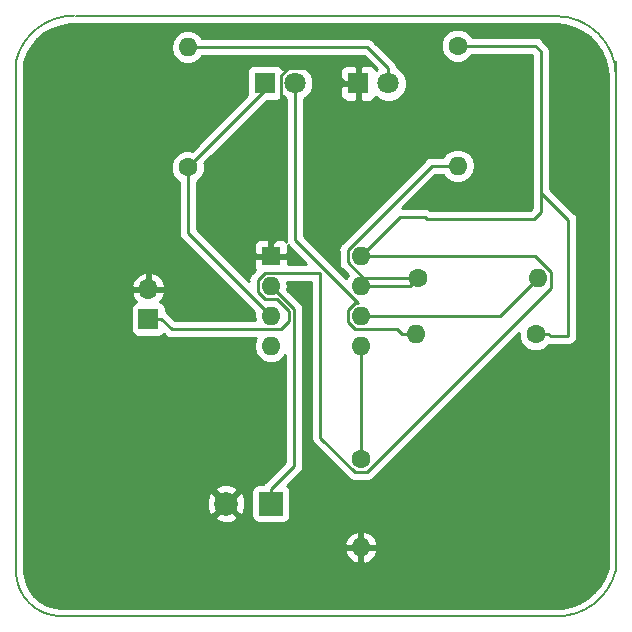
<source format=gbr>
G04 #@! TF.GenerationSoftware,KiCad,Pcbnew,(5.0.2)-1*
G04 #@! TF.CreationDate,2019-03-28T21:57:09+05:00*
G04 #@! TF.ProjectId,LM555Blinky,4c4d3535-3542-46c6-996e-6b792e6b6963,rev?*
G04 #@! TF.SameCoordinates,Original*
G04 #@! TF.FileFunction,Copper,L1,Top*
G04 #@! TF.FilePolarity,Positive*
%FSLAX46Y46*%
G04 Gerber Fmt 4.6, Leading zero omitted, Abs format (unit mm)*
G04 Created by KiCad (PCBNEW (5.0.2)-1) date 3/28/2019 9:57:09 PM*
%MOMM*%
%LPD*%
G01*
G04 APERTURE LIST*
G04 #@! TA.AperFunction,NonConductor*
%ADD10C,0.150000*%
G04 #@! TD*
G04 #@! TA.AperFunction,ComponentPad*
%ADD11C,1.600000*%
G04 #@! TD*
G04 #@! TA.AperFunction,ComponentPad*
%ADD12O,1.600000X1.600000*%
G04 #@! TD*
G04 #@! TA.AperFunction,ComponentPad*
%ADD13R,2.000000X2.000000*%
G04 #@! TD*
G04 #@! TA.AperFunction,ComponentPad*
%ADD14C,2.000000*%
G04 #@! TD*
G04 #@! TA.AperFunction,ComponentPad*
%ADD15C,1.800000*%
G04 #@! TD*
G04 #@! TA.AperFunction,ComponentPad*
%ADD16R,1.800000X1.800000*%
G04 #@! TD*
G04 #@! TA.AperFunction,ComponentPad*
%ADD17R,1.600000X1.600000*%
G04 #@! TD*
G04 #@! TA.AperFunction,ComponentPad*
%ADD18R,1.700000X1.700000*%
G04 #@! TD*
G04 #@! TA.AperFunction,ComponentPad*
%ADD19O,1.700000X1.700000*%
G04 #@! TD*
G04 #@! TA.AperFunction,Conductor*
%ADD20C,0.250000*%
G04 #@! TD*
G04 #@! TA.AperFunction,Conductor*
%ADD21C,0.254000*%
G04 #@! TD*
G04 APERTURE END LIST*
D10*
X210820000Y-63500000D02*
G75*
G02X215900000Y-68580000I0J-5080000D01*
G01*
X165100000Y-67310000D02*
G75*
G02X170028324Y-63462081I4928324J-1232081D01*
G01*
X215865426Y-110481356D02*
G75*
G02X210820000Y-114300000I-4893750J1223437D01*
G01*
X168910000Y-114300000D02*
G75*
G02X165100000Y-110490000I0J3810000D01*
G01*
X165100000Y-110490000D02*
X165100000Y-67310000D01*
X168910000Y-114300000D02*
X210820000Y-114300000D01*
X215900000Y-67310000D02*
X215900000Y-110490000D01*
X170180000Y-63500000D02*
X210820000Y-63500000D01*
D11*
G04 #@! TO.P,C2,1*
G04 #@! TO.N,Net-(C2-Pad1)*
X194310000Y-100965000D03*
D12*
G04 #@! TO.P,C2,2*
G04 #@! TO.N,GND*
X194310000Y-108465000D03*
G04 #@! TD*
D13*
G04 #@! TO.P,C1,1*
G04 #@! TO.N,/TRIG*
X186690000Y-104775000D03*
D14*
G04 #@! TO.P,C1,2*
G04 #@! TO.N,GND*
X182890000Y-104775000D03*
G04 #@! TD*
D15*
G04 #@! TO.P,D2,2*
G04 #@! TO.N,Net-(D2-Pad2)*
X196640000Y-69200000D03*
D16*
G04 #@! TO.P,D2,1*
G04 #@! TO.N,GND*
X194100000Y-69200000D03*
G04 #@! TD*
G04 #@! TO.P,D1,1*
G04 #@! TO.N,/BLINK*
X186200000Y-69150000D03*
D15*
G04 #@! TO.P,D1,2*
G04 #@! TO.N,Net-(D1-Pad2)*
X188740000Y-69150000D03*
G04 #@! TD*
D17*
G04 #@! TO.P,U1,1*
G04 #@! TO.N,GND*
X186690000Y-83820000D03*
D12*
G04 #@! TO.P,U1,5*
G04 #@! TO.N,Net-(C2-Pad1)*
X194310000Y-91440000D03*
G04 #@! TO.P,U1,2*
G04 #@! TO.N,/TRIG*
X186690000Y-86360000D03*
G04 #@! TO.P,U1,6*
X194310000Y-88900000D03*
G04 #@! TO.P,U1,3*
G04 #@! TO.N,/BLINK*
X186690000Y-88900000D03*
G04 #@! TO.P,U1,7*
G04 #@! TO.N,Net-(R1-Pad2)*
X194310000Y-86360000D03*
G04 #@! TO.P,U1,4*
G04 #@! TO.N,Net-(U1-Pad4)*
X186690000Y-91440000D03*
G04 #@! TO.P,U1,8*
G04 #@! TO.N,VCC*
X194310000Y-83820000D03*
G04 #@! TD*
G04 #@! TO.P,R4,2*
G04 #@! TO.N,Net-(D2-Pad2)*
X179650000Y-66140000D03*
D11*
G04 #@! TO.P,R4,1*
G04 #@! TO.N,/BLINK*
X179650000Y-76300000D03*
G04 #@! TD*
G04 #@! TO.P,R3,1*
G04 #@! TO.N,VCC*
X209100000Y-90450000D03*
D12*
G04 #@! TO.P,R3,2*
G04 #@! TO.N,Net-(D1-Pad2)*
X198940000Y-90450000D03*
G04 #@! TD*
G04 #@! TO.P,R2,2*
G04 #@! TO.N,/TRIG*
X209260000Y-85700000D03*
D11*
G04 #@! TO.P,R2,1*
G04 #@! TO.N,Net-(R1-Pad2)*
X199100000Y-85700000D03*
G04 #@! TD*
G04 #@! TO.P,R1,1*
G04 #@! TO.N,VCC*
X202500000Y-66000000D03*
D12*
G04 #@! TO.P,R1,2*
G04 #@! TO.N,Net-(R1-Pad2)*
X202500000Y-76160000D03*
G04 #@! TD*
D18*
G04 #@! TO.P,J1,1*
G04 #@! TO.N,VCC*
X176300000Y-89150000D03*
D19*
G04 #@! TO.P,J1,2*
G04 #@! TO.N,GND*
X176300000Y-86610000D03*
G04 #@! TD*
D20*
G04 #@! TO.N,VCC*
X209050000Y-66000000D02*
X202500000Y-66000000D01*
X197580000Y-80550000D02*
X199775002Y-80550000D01*
X209550000Y-66500000D02*
X209050000Y-66000000D01*
X194310000Y-83820000D02*
X197580000Y-80550000D01*
X199775002Y-80550000D02*
X199875002Y-80650000D01*
X199875002Y-80650000D02*
X208950000Y-80650000D01*
X208950000Y-80650000D02*
X209550000Y-80050000D01*
X210231370Y-90450000D02*
X210331370Y-90550000D01*
X209100000Y-90450000D02*
X210231370Y-90450000D01*
X210331370Y-90550000D02*
X211850000Y-90550000D01*
X211850000Y-80750000D02*
X209550000Y-78450000D01*
X211850000Y-90550000D02*
X211850000Y-80750000D01*
X209550000Y-80050000D02*
X209550000Y-78450000D01*
X209550000Y-78450000D02*
X209550000Y-66500000D01*
X195441370Y-83820000D02*
X194310000Y-83820000D01*
X209045002Y-83820000D02*
X195441370Y-83820000D01*
X210385001Y-85159999D02*
X209045002Y-83820000D01*
X210385001Y-86555001D02*
X210385001Y-85159999D01*
X194850001Y-102090001D02*
X210385001Y-86555001D01*
X190883587Y-85234999D02*
X190883587Y-99203589D01*
X186149999Y-85234999D02*
X190883587Y-85234999D01*
X185564999Y-85819999D02*
X186149999Y-85234999D01*
X185564999Y-86900001D02*
X185564999Y-85819999D01*
X186149999Y-87485001D02*
X185564999Y-86900001D01*
X187178591Y-87485001D02*
X186149999Y-87485001D01*
X188199990Y-88506400D02*
X187178591Y-87485001D01*
X190883587Y-99203589D02*
X193769999Y-102090001D01*
X188199990Y-89350010D02*
X188199990Y-88506400D01*
X187524999Y-90025001D02*
X188199990Y-89350010D01*
X178275001Y-90025001D02*
X187524999Y-90025001D01*
X193769999Y-102090001D02*
X194850001Y-102090001D01*
X177400000Y-89150000D02*
X178275001Y-90025001D01*
X176300000Y-89150000D02*
X177400000Y-89150000D01*
G04 #@! TO.N,Net-(R1-Pad2)*
X198440000Y-86360000D02*
X199100000Y-85700000D01*
X194310000Y-86360000D02*
X198440000Y-86360000D01*
X201368630Y-76160000D02*
X202500000Y-76160000D01*
X200304998Y-76160000D02*
X201368630Y-76160000D01*
X193184999Y-83279999D02*
X200304998Y-76160000D01*
X193184999Y-84360001D02*
X193184999Y-83279999D01*
X194524998Y-85700000D02*
X193184999Y-84360001D01*
X199100000Y-85700000D02*
X194524998Y-85700000D01*
G04 #@! TO.N,/TRIG*
X206060000Y-88900000D02*
X194310000Y-88900000D01*
X209260000Y-85700000D02*
X206060000Y-88900000D01*
G04 #@! TO.N,Net-(D1-Pad2)*
X188740000Y-70422792D02*
X188740000Y-69150000D01*
X194059997Y-87774999D02*
X188740000Y-82455002D01*
X193769999Y-87774999D02*
X194059997Y-87774999D01*
X188740000Y-82455002D02*
X188740000Y-70422792D01*
X193184999Y-89440001D02*
X193184999Y-88359999D01*
X193769999Y-90025001D02*
X193184999Y-89440001D01*
X193184999Y-88359999D02*
X193769999Y-87774999D01*
X197383631Y-90025001D02*
X193769999Y-90025001D01*
X197808630Y-90450000D02*
X197383631Y-90025001D01*
X198940000Y-90450000D02*
X197808630Y-90450000D01*
G04 #@! TO.N,Net-(D2-Pad2)*
X180781370Y-66140000D02*
X179650000Y-66140000D01*
X194852792Y-66140000D02*
X180781370Y-66140000D01*
X196640000Y-67927208D02*
X194852792Y-66140000D01*
X196640000Y-69200000D02*
X196640000Y-67927208D01*
G04 #@! TO.N,/BLINK*
X179650000Y-81860000D02*
X186690000Y-88900000D01*
X179650000Y-76300000D02*
X179650000Y-81860000D01*
X186200000Y-69750000D02*
X186200000Y-69150000D01*
X179650000Y-76300000D02*
X186200000Y-69750000D01*
G04 #@! TO.N,GND*
X191674999Y-67924999D02*
X192950000Y-69200000D01*
X192950000Y-69200000D02*
X194100000Y-69200000D01*
X188151999Y-67924999D02*
X191674999Y-67924999D01*
X187514999Y-68561999D02*
X188151999Y-67924999D01*
X187514999Y-81945001D02*
X187514999Y-68561999D01*
X186690000Y-82770000D02*
X187514999Y-81945001D01*
X186690000Y-83820000D02*
X186690000Y-82770000D01*
G04 #@! TO.N,Net-(C2-Pad1)*
X194310000Y-100965000D02*
X194310000Y-91440000D01*
G04 #@! TO.N,/TRIG*
X186690000Y-103525000D02*
X188650000Y-101565000D01*
X186690000Y-104775000D02*
X186690000Y-103525000D01*
X188650000Y-88320000D02*
X186690000Y-86360000D01*
X188650000Y-101565000D02*
X188650000Y-88320000D01*
G04 #@! TD*
D21*
G04 #@! TO.N,GND*
G36*
X170110074Y-64210000D02*
X210788382Y-64210000D01*
X211593358Y-64281842D01*
X212342277Y-64486723D01*
X213043072Y-64820986D01*
X213673605Y-65274069D01*
X214213934Y-65831645D01*
X214646989Y-66476099D01*
X214959073Y-67187044D01*
X215141640Y-67947493D01*
X215190000Y-68606031D01*
X215190001Y-110262031D01*
X214921435Y-111036019D01*
X214544142Y-111707354D01*
X214053920Y-112301274D01*
X213466275Y-112798994D01*
X212799778Y-113184786D01*
X212075503Y-113446452D01*
X211304302Y-113577773D01*
X210811193Y-113590000D01*
X168945964Y-113590000D01*
X168287396Y-113523105D01*
X167690218Y-113335961D01*
X167142875Y-113032563D01*
X166667711Y-112625299D01*
X166284148Y-112130812D01*
X166007852Y-111569304D01*
X165847896Y-110955227D01*
X165810000Y-110462730D01*
X165810000Y-108814041D01*
X192918086Y-108814041D01*
X193157611Y-109320134D01*
X193572577Y-109696041D01*
X193960961Y-109856904D01*
X194183000Y-109734915D01*
X194183000Y-108592000D01*
X194437000Y-108592000D01*
X194437000Y-109734915D01*
X194659039Y-109856904D01*
X195047423Y-109696041D01*
X195462389Y-109320134D01*
X195701914Y-108814041D01*
X195580629Y-108592000D01*
X194437000Y-108592000D01*
X194183000Y-108592000D01*
X193039371Y-108592000D01*
X192918086Y-108814041D01*
X165810000Y-108814041D01*
X165810000Y-108115959D01*
X192918086Y-108115959D01*
X193039371Y-108338000D01*
X194183000Y-108338000D01*
X194183000Y-107195085D01*
X194437000Y-107195085D01*
X194437000Y-108338000D01*
X195580629Y-108338000D01*
X195701914Y-108115959D01*
X195462389Y-107609866D01*
X195047423Y-107233959D01*
X194659039Y-107073096D01*
X194437000Y-107195085D01*
X194183000Y-107195085D01*
X193960961Y-107073096D01*
X193572577Y-107233959D01*
X193157611Y-107609866D01*
X192918086Y-108115959D01*
X165810000Y-108115959D01*
X165810000Y-105927532D01*
X181917073Y-105927532D01*
X182015736Y-106194387D01*
X182625461Y-106420908D01*
X183275460Y-106396856D01*
X183764264Y-106194387D01*
X183862927Y-105927532D01*
X182890000Y-104954605D01*
X181917073Y-105927532D01*
X165810000Y-105927532D01*
X165810000Y-104510461D01*
X181244092Y-104510461D01*
X181268144Y-105160460D01*
X181470613Y-105649264D01*
X181737468Y-105747927D01*
X182710395Y-104775000D01*
X183069605Y-104775000D01*
X184042532Y-105747927D01*
X184309387Y-105649264D01*
X184535908Y-105039539D01*
X184511856Y-104389540D01*
X184309387Y-103900736D01*
X184042532Y-103802073D01*
X183069605Y-104775000D01*
X182710395Y-104775000D01*
X181737468Y-103802073D01*
X181470613Y-103900736D01*
X181244092Y-104510461D01*
X165810000Y-104510461D01*
X165810000Y-103622468D01*
X181917073Y-103622468D01*
X182890000Y-104595395D01*
X183862927Y-103622468D01*
X183764264Y-103355613D01*
X183154539Y-103129092D01*
X182504540Y-103153144D01*
X182015736Y-103355613D01*
X181917073Y-103622468D01*
X165810000Y-103622468D01*
X165810000Y-88300000D01*
X174802560Y-88300000D01*
X174802560Y-90000000D01*
X174851843Y-90247765D01*
X174992191Y-90457809D01*
X175202235Y-90598157D01*
X175450000Y-90647440D01*
X177150000Y-90647440D01*
X177397765Y-90598157D01*
X177607809Y-90457809D01*
X177617902Y-90442704D01*
X177684671Y-90509473D01*
X177727072Y-90572930D01*
X177978464Y-90740905D01*
X178200149Y-90785001D01*
X178200153Y-90785001D01*
X178275000Y-90799889D01*
X178349847Y-90785001D01*
X185401797Y-90785001D01*
X185338260Y-90880091D01*
X185226887Y-91440000D01*
X185338260Y-91999909D01*
X185655423Y-92474577D01*
X186130091Y-92791740D01*
X186548667Y-92875000D01*
X186831333Y-92875000D01*
X187249909Y-92791740D01*
X187724577Y-92474577D01*
X187890001Y-92227003D01*
X187890000Y-101250198D01*
X186205528Y-102934671D01*
X186142072Y-102977071D01*
X186099672Y-103040527D01*
X186099671Y-103040528D01*
X186041518Y-103127560D01*
X185690000Y-103127560D01*
X185442235Y-103176843D01*
X185232191Y-103317191D01*
X185091843Y-103527235D01*
X185042560Y-103775000D01*
X185042560Y-105775000D01*
X185091843Y-106022765D01*
X185232191Y-106232809D01*
X185442235Y-106373157D01*
X185690000Y-106422440D01*
X187690000Y-106422440D01*
X187937765Y-106373157D01*
X188147809Y-106232809D01*
X188288157Y-106022765D01*
X188337440Y-105775000D01*
X188337440Y-103775000D01*
X188288157Y-103527235D01*
X188147809Y-103317191D01*
X188042785Y-103247016D01*
X189134473Y-102155329D01*
X189197929Y-102112929D01*
X189365904Y-101861537D01*
X189410000Y-101639852D01*
X189410000Y-101639848D01*
X189424888Y-101565000D01*
X189410000Y-101490152D01*
X189410000Y-88394848D01*
X189424888Y-88320000D01*
X189410000Y-88245152D01*
X189410000Y-88245148D01*
X189365904Y-88023463D01*
X189197929Y-87772071D01*
X189134473Y-87729671D01*
X188088688Y-86683886D01*
X188153113Y-86360000D01*
X188080510Y-85994999D01*
X190123587Y-85994999D01*
X190123588Y-99128737D01*
X190108699Y-99203589D01*
X190123588Y-99278441D01*
X190167684Y-99500126D01*
X190335659Y-99751518D01*
X190399115Y-99793918D01*
X193179670Y-102574474D01*
X193222070Y-102637930D01*
X193473462Y-102805905D01*
X193695147Y-102850001D01*
X193695152Y-102850001D01*
X193769999Y-102864889D01*
X193844846Y-102850001D01*
X194775154Y-102850001D01*
X194850001Y-102864889D01*
X194924848Y-102850001D01*
X194924853Y-102850001D01*
X195146538Y-102805905D01*
X195397930Y-102637930D01*
X195440332Y-102574471D01*
X207665000Y-90349804D01*
X207665000Y-90735439D01*
X207883466Y-91262862D01*
X208287138Y-91666534D01*
X208814561Y-91885000D01*
X209385439Y-91885000D01*
X209912862Y-91666534D01*
X210267260Y-91312136D01*
X210331369Y-91324888D01*
X210406216Y-91310000D01*
X211775148Y-91310000D01*
X211850000Y-91324889D01*
X211924852Y-91310000D01*
X212146537Y-91265904D01*
X212397929Y-91097929D01*
X212565904Y-90846537D01*
X212624889Y-90550000D01*
X212610000Y-90475148D01*
X212610000Y-80824846D01*
X212624888Y-80749999D01*
X212610000Y-80675152D01*
X212610000Y-80675148D01*
X212565904Y-80453463D01*
X212397929Y-80202071D01*
X212334473Y-80159671D01*
X210310000Y-78135199D01*
X210310000Y-66574848D01*
X210324888Y-66500000D01*
X210310000Y-66425152D01*
X210310000Y-66425148D01*
X210271360Y-66230893D01*
X210265904Y-66203462D01*
X210140329Y-66015527D01*
X210097929Y-65952071D01*
X210034472Y-65909671D01*
X209640331Y-65515529D01*
X209597929Y-65452071D01*
X209346537Y-65284096D01*
X209124852Y-65240000D01*
X209124847Y-65240000D01*
X209050000Y-65225112D01*
X208975153Y-65240000D01*
X203738430Y-65240000D01*
X203716534Y-65187138D01*
X203312862Y-64783466D01*
X202785439Y-64565000D01*
X202214561Y-64565000D01*
X201687138Y-64783466D01*
X201283466Y-65187138D01*
X201065000Y-65714561D01*
X201065000Y-66285439D01*
X201283466Y-66812862D01*
X201687138Y-67216534D01*
X202214561Y-67435000D01*
X202785439Y-67435000D01*
X203312862Y-67216534D01*
X203716534Y-66812862D01*
X203738430Y-66760000D01*
X208735199Y-66760000D01*
X208790001Y-66814803D01*
X208790000Y-78375153D01*
X208775112Y-78450000D01*
X208790000Y-78524847D01*
X208790000Y-78524851D01*
X208790001Y-78524856D01*
X208790000Y-79735198D01*
X208635199Y-79890000D01*
X200155205Y-79890000D01*
X200071539Y-79834096D01*
X199849854Y-79790000D01*
X199849849Y-79790000D01*
X199775002Y-79775112D01*
X199700155Y-79790000D01*
X197749800Y-79790000D01*
X200619800Y-76920000D01*
X201281957Y-76920000D01*
X201465423Y-77194577D01*
X201940091Y-77511740D01*
X202358667Y-77595000D01*
X202641333Y-77595000D01*
X203059909Y-77511740D01*
X203534577Y-77194577D01*
X203851740Y-76719909D01*
X203963113Y-76160000D01*
X203851740Y-75600091D01*
X203534577Y-75125423D01*
X203059909Y-74808260D01*
X202641333Y-74725000D01*
X202358667Y-74725000D01*
X201940091Y-74808260D01*
X201465423Y-75125423D01*
X201281957Y-75400000D01*
X200379844Y-75400000D01*
X200304997Y-75385112D01*
X200230150Y-75400000D01*
X200230146Y-75400000D01*
X200008461Y-75444096D01*
X199757069Y-75612071D01*
X199714669Y-75675527D01*
X192700527Y-82689670D01*
X192637071Y-82732070D01*
X192594671Y-82795526D01*
X192594670Y-82795527D01*
X192469096Y-82983462D01*
X192410111Y-83279999D01*
X192425000Y-83354850D01*
X192424999Y-84285154D01*
X192410111Y-84360001D01*
X192424999Y-84434848D01*
X192424999Y-84434852D01*
X192469095Y-84656537D01*
X192637070Y-84907930D01*
X192700529Y-84950332D01*
X193195393Y-85445196D01*
X193039022Y-85679222D01*
X189500000Y-82140201D01*
X189500000Y-70496669D01*
X189609507Y-70451310D01*
X190041310Y-70019507D01*
X190262399Y-69485750D01*
X192565000Y-69485750D01*
X192565000Y-70226310D01*
X192661673Y-70459699D01*
X192840302Y-70638327D01*
X193073691Y-70735000D01*
X193814250Y-70735000D01*
X193973000Y-70576250D01*
X193973000Y-69327000D01*
X192723750Y-69327000D01*
X192565000Y-69485750D01*
X190262399Y-69485750D01*
X190275000Y-69455330D01*
X190275000Y-68844670D01*
X190041310Y-68280493D01*
X189934507Y-68173690D01*
X192565000Y-68173690D01*
X192565000Y-68914250D01*
X192723750Y-69073000D01*
X193973000Y-69073000D01*
X193973000Y-67823750D01*
X193814250Y-67665000D01*
X193073691Y-67665000D01*
X192840302Y-67761673D01*
X192661673Y-67940301D01*
X192565000Y-68173690D01*
X189934507Y-68173690D01*
X189609507Y-67848690D01*
X189045330Y-67615000D01*
X188434670Y-67615000D01*
X187870493Y-67848690D01*
X187701275Y-68017908D01*
X187698157Y-68002235D01*
X187557809Y-67792191D01*
X187347765Y-67651843D01*
X187100000Y-67602560D01*
X185300000Y-67602560D01*
X185052235Y-67651843D01*
X184842191Y-67792191D01*
X184701843Y-68002235D01*
X184652560Y-68250000D01*
X184652560Y-70050000D01*
X184681202Y-70193996D01*
X179988302Y-74886897D01*
X179935439Y-74865000D01*
X179364561Y-74865000D01*
X178837138Y-75083466D01*
X178433466Y-75487138D01*
X178215000Y-76014561D01*
X178215000Y-76585439D01*
X178433466Y-77112862D01*
X178837138Y-77516534D01*
X178890000Y-77538430D01*
X178890001Y-81785148D01*
X178875112Y-81860000D01*
X178890001Y-81934852D01*
X178934097Y-82156537D01*
X179102072Y-82407929D01*
X179165528Y-82450329D01*
X185291312Y-88576115D01*
X185226887Y-88900000D01*
X185299490Y-89265001D01*
X178589803Y-89265001D01*
X177990331Y-88665530D01*
X177947929Y-88602071D01*
X177797440Y-88501517D01*
X177797440Y-88300000D01*
X177748157Y-88052235D01*
X177607809Y-87842191D01*
X177397765Y-87701843D01*
X177294292Y-87681261D01*
X177571645Y-87376924D01*
X177741476Y-86966890D01*
X177620155Y-86737000D01*
X176427000Y-86737000D01*
X176427000Y-86757000D01*
X176173000Y-86757000D01*
X176173000Y-86737000D01*
X174979845Y-86737000D01*
X174858524Y-86966890D01*
X175028355Y-87376924D01*
X175305708Y-87681261D01*
X175202235Y-87701843D01*
X174992191Y-87842191D01*
X174851843Y-88052235D01*
X174802560Y-88300000D01*
X165810000Y-88300000D01*
X165810000Y-86253110D01*
X174858524Y-86253110D01*
X174979845Y-86483000D01*
X176173000Y-86483000D01*
X176173000Y-85289181D01*
X176427000Y-85289181D01*
X176427000Y-86483000D01*
X177620155Y-86483000D01*
X177741476Y-86253110D01*
X177571645Y-85843076D01*
X177181358Y-85414817D01*
X176656892Y-85168514D01*
X176427000Y-85289181D01*
X176173000Y-85289181D01*
X175943108Y-85168514D01*
X175418642Y-85414817D01*
X175028355Y-85843076D01*
X174858524Y-86253110D01*
X165810000Y-86253110D01*
X165810000Y-67429682D01*
X166046068Y-66749351D01*
X166388527Y-66140000D01*
X178186887Y-66140000D01*
X178298260Y-66699909D01*
X178615423Y-67174577D01*
X179090091Y-67491740D01*
X179508667Y-67575000D01*
X179791333Y-67575000D01*
X180209909Y-67491740D01*
X180684577Y-67174577D01*
X180868043Y-66900000D01*
X194537991Y-66900000D01*
X195653587Y-68015596D01*
X195594139Y-68075044D01*
X195538327Y-67940301D01*
X195359698Y-67761673D01*
X195126309Y-67665000D01*
X194385750Y-67665000D01*
X194227000Y-67823750D01*
X194227000Y-69073000D01*
X194247000Y-69073000D01*
X194247000Y-69327000D01*
X194227000Y-69327000D01*
X194227000Y-70576250D01*
X194385750Y-70735000D01*
X195126309Y-70735000D01*
X195359698Y-70638327D01*
X195538327Y-70459699D01*
X195594139Y-70324956D01*
X195770493Y-70501310D01*
X196334670Y-70735000D01*
X196945330Y-70735000D01*
X197509507Y-70501310D01*
X197941310Y-70069507D01*
X198175000Y-69505330D01*
X198175000Y-68894670D01*
X197941310Y-68330493D01*
X197509507Y-67898690D01*
X197400210Y-67853418D01*
X197400000Y-67852360D01*
X197400000Y-67852356D01*
X197363106Y-67666877D01*
X197355904Y-67630670D01*
X197230329Y-67442735D01*
X197187929Y-67379279D01*
X197124473Y-67336879D01*
X195443123Y-65655530D01*
X195400721Y-65592071D01*
X195149329Y-65424096D01*
X194927644Y-65380000D01*
X194927639Y-65380000D01*
X194852792Y-65365112D01*
X194777945Y-65380000D01*
X180868043Y-65380000D01*
X180684577Y-65105423D01*
X180209909Y-64788260D01*
X179791333Y-64705000D01*
X179508667Y-64705000D01*
X179090091Y-64788260D01*
X178615423Y-65105423D01*
X178298260Y-65580091D01*
X178186887Y-66140000D01*
X166388527Y-66140000D01*
X166426466Y-66072494D01*
X166920721Y-65473686D01*
X167513201Y-64971871D01*
X168185182Y-64582905D01*
X168915416Y-64319086D01*
X169698151Y-64185800D01*
X169939972Y-64176165D01*
X170110074Y-64210000D01*
X170110074Y-64210000D01*
G37*
X170110074Y-64210000D02*
X210788382Y-64210000D01*
X211593358Y-64281842D01*
X212342277Y-64486723D01*
X213043072Y-64820986D01*
X213673605Y-65274069D01*
X214213934Y-65831645D01*
X214646989Y-66476099D01*
X214959073Y-67187044D01*
X215141640Y-67947493D01*
X215190000Y-68606031D01*
X215190001Y-110262031D01*
X214921435Y-111036019D01*
X214544142Y-111707354D01*
X214053920Y-112301274D01*
X213466275Y-112798994D01*
X212799778Y-113184786D01*
X212075503Y-113446452D01*
X211304302Y-113577773D01*
X210811193Y-113590000D01*
X168945964Y-113590000D01*
X168287396Y-113523105D01*
X167690218Y-113335961D01*
X167142875Y-113032563D01*
X166667711Y-112625299D01*
X166284148Y-112130812D01*
X166007852Y-111569304D01*
X165847896Y-110955227D01*
X165810000Y-110462730D01*
X165810000Y-108814041D01*
X192918086Y-108814041D01*
X193157611Y-109320134D01*
X193572577Y-109696041D01*
X193960961Y-109856904D01*
X194183000Y-109734915D01*
X194183000Y-108592000D01*
X194437000Y-108592000D01*
X194437000Y-109734915D01*
X194659039Y-109856904D01*
X195047423Y-109696041D01*
X195462389Y-109320134D01*
X195701914Y-108814041D01*
X195580629Y-108592000D01*
X194437000Y-108592000D01*
X194183000Y-108592000D01*
X193039371Y-108592000D01*
X192918086Y-108814041D01*
X165810000Y-108814041D01*
X165810000Y-108115959D01*
X192918086Y-108115959D01*
X193039371Y-108338000D01*
X194183000Y-108338000D01*
X194183000Y-107195085D01*
X194437000Y-107195085D01*
X194437000Y-108338000D01*
X195580629Y-108338000D01*
X195701914Y-108115959D01*
X195462389Y-107609866D01*
X195047423Y-107233959D01*
X194659039Y-107073096D01*
X194437000Y-107195085D01*
X194183000Y-107195085D01*
X193960961Y-107073096D01*
X193572577Y-107233959D01*
X193157611Y-107609866D01*
X192918086Y-108115959D01*
X165810000Y-108115959D01*
X165810000Y-105927532D01*
X181917073Y-105927532D01*
X182015736Y-106194387D01*
X182625461Y-106420908D01*
X183275460Y-106396856D01*
X183764264Y-106194387D01*
X183862927Y-105927532D01*
X182890000Y-104954605D01*
X181917073Y-105927532D01*
X165810000Y-105927532D01*
X165810000Y-104510461D01*
X181244092Y-104510461D01*
X181268144Y-105160460D01*
X181470613Y-105649264D01*
X181737468Y-105747927D01*
X182710395Y-104775000D01*
X183069605Y-104775000D01*
X184042532Y-105747927D01*
X184309387Y-105649264D01*
X184535908Y-105039539D01*
X184511856Y-104389540D01*
X184309387Y-103900736D01*
X184042532Y-103802073D01*
X183069605Y-104775000D01*
X182710395Y-104775000D01*
X181737468Y-103802073D01*
X181470613Y-103900736D01*
X181244092Y-104510461D01*
X165810000Y-104510461D01*
X165810000Y-103622468D01*
X181917073Y-103622468D01*
X182890000Y-104595395D01*
X183862927Y-103622468D01*
X183764264Y-103355613D01*
X183154539Y-103129092D01*
X182504540Y-103153144D01*
X182015736Y-103355613D01*
X181917073Y-103622468D01*
X165810000Y-103622468D01*
X165810000Y-88300000D01*
X174802560Y-88300000D01*
X174802560Y-90000000D01*
X174851843Y-90247765D01*
X174992191Y-90457809D01*
X175202235Y-90598157D01*
X175450000Y-90647440D01*
X177150000Y-90647440D01*
X177397765Y-90598157D01*
X177607809Y-90457809D01*
X177617902Y-90442704D01*
X177684671Y-90509473D01*
X177727072Y-90572930D01*
X177978464Y-90740905D01*
X178200149Y-90785001D01*
X178200153Y-90785001D01*
X178275000Y-90799889D01*
X178349847Y-90785001D01*
X185401797Y-90785001D01*
X185338260Y-90880091D01*
X185226887Y-91440000D01*
X185338260Y-91999909D01*
X185655423Y-92474577D01*
X186130091Y-92791740D01*
X186548667Y-92875000D01*
X186831333Y-92875000D01*
X187249909Y-92791740D01*
X187724577Y-92474577D01*
X187890001Y-92227003D01*
X187890000Y-101250198D01*
X186205528Y-102934671D01*
X186142072Y-102977071D01*
X186099672Y-103040527D01*
X186099671Y-103040528D01*
X186041518Y-103127560D01*
X185690000Y-103127560D01*
X185442235Y-103176843D01*
X185232191Y-103317191D01*
X185091843Y-103527235D01*
X185042560Y-103775000D01*
X185042560Y-105775000D01*
X185091843Y-106022765D01*
X185232191Y-106232809D01*
X185442235Y-106373157D01*
X185690000Y-106422440D01*
X187690000Y-106422440D01*
X187937765Y-106373157D01*
X188147809Y-106232809D01*
X188288157Y-106022765D01*
X188337440Y-105775000D01*
X188337440Y-103775000D01*
X188288157Y-103527235D01*
X188147809Y-103317191D01*
X188042785Y-103247016D01*
X189134473Y-102155329D01*
X189197929Y-102112929D01*
X189365904Y-101861537D01*
X189410000Y-101639852D01*
X189410000Y-101639848D01*
X189424888Y-101565000D01*
X189410000Y-101490152D01*
X189410000Y-88394848D01*
X189424888Y-88320000D01*
X189410000Y-88245152D01*
X189410000Y-88245148D01*
X189365904Y-88023463D01*
X189197929Y-87772071D01*
X189134473Y-87729671D01*
X188088688Y-86683886D01*
X188153113Y-86360000D01*
X188080510Y-85994999D01*
X190123587Y-85994999D01*
X190123588Y-99128737D01*
X190108699Y-99203589D01*
X190123588Y-99278441D01*
X190167684Y-99500126D01*
X190335659Y-99751518D01*
X190399115Y-99793918D01*
X193179670Y-102574474D01*
X193222070Y-102637930D01*
X193473462Y-102805905D01*
X193695147Y-102850001D01*
X193695152Y-102850001D01*
X193769999Y-102864889D01*
X193844846Y-102850001D01*
X194775154Y-102850001D01*
X194850001Y-102864889D01*
X194924848Y-102850001D01*
X194924853Y-102850001D01*
X195146538Y-102805905D01*
X195397930Y-102637930D01*
X195440332Y-102574471D01*
X207665000Y-90349804D01*
X207665000Y-90735439D01*
X207883466Y-91262862D01*
X208287138Y-91666534D01*
X208814561Y-91885000D01*
X209385439Y-91885000D01*
X209912862Y-91666534D01*
X210267260Y-91312136D01*
X210331369Y-91324888D01*
X210406216Y-91310000D01*
X211775148Y-91310000D01*
X211850000Y-91324889D01*
X211924852Y-91310000D01*
X212146537Y-91265904D01*
X212397929Y-91097929D01*
X212565904Y-90846537D01*
X212624889Y-90550000D01*
X212610000Y-90475148D01*
X212610000Y-80824846D01*
X212624888Y-80749999D01*
X212610000Y-80675152D01*
X212610000Y-80675148D01*
X212565904Y-80453463D01*
X212397929Y-80202071D01*
X212334473Y-80159671D01*
X210310000Y-78135199D01*
X210310000Y-66574848D01*
X210324888Y-66500000D01*
X210310000Y-66425152D01*
X210310000Y-66425148D01*
X210271360Y-66230893D01*
X210265904Y-66203462D01*
X210140329Y-66015527D01*
X210097929Y-65952071D01*
X210034472Y-65909671D01*
X209640331Y-65515529D01*
X209597929Y-65452071D01*
X209346537Y-65284096D01*
X209124852Y-65240000D01*
X209124847Y-65240000D01*
X209050000Y-65225112D01*
X208975153Y-65240000D01*
X203738430Y-65240000D01*
X203716534Y-65187138D01*
X203312862Y-64783466D01*
X202785439Y-64565000D01*
X202214561Y-64565000D01*
X201687138Y-64783466D01*
X201283466Y-65187138D01*
X201065000Y-65714561D01*
X201065000Y-66285439D01*
X201283466Y-66812862D01*
X201687138Y-67216534D01*
X202214561Y-67435000D01*
X202785439Y-67435000D01*
X203312862Y-67216534D01*
X203716534Y-66812862D01*
X203738430Y-66760000D01*
X208735199Y-66760000D01*
X208790001Y-66814803D01*
X208790000Y-78375153D01*
X208775112Y-78450000D01*
X208790000Y-78524847D01*
X208790000Y-78524851D01*
X208790001Y-78524856D01*
X208790000Y-79735198D01*
X208635199Y-79890000D01*
X200155205Y-79890000D01*
X200071539Y-79834096D01*
X199849854Y-79790000D01*
X199849849Y-79790000D01*
X199775002Y-79775112D01*
X199700155Y-79790000D01*
X197749800Y-79790000D01*
X200619800Y-76920000D01*
X201281957Y-76920000D01*
X201465423Y-77194577D01*
X201940091Y-77511740D01*
X202358667Y-77595000D01*
X202641333Y-77595000D01*
X203059909Y-77511740D01*
X203534577Y-77194577D01*
X203851740Y-76719909D01*
X203963113Y-76160000D01*
X203851740Y-75600091D01*
X203534577Y-75125423D01*
X203059909Y-74808260D01*
X202641333Y-74725000D01*
X202358667Y-74725000D01*
X201940091Y-74808260D01*
X201465423Y-75125423D01*
X201281957Y-75400000D01*
X200379844Y-75400000D01*
X200304997Y-75385112D01*
X200230150Y-75400000D01*
X200230146Y-75400000D01*
X200008461Y-75444096D01*
X199757069Y-75612071D01*
X199714669Y-75675527D01*
X192700527Y-82689670D01*
X192637071Y-82732070D01*
X192594671Y-82795526D01*
X192594670Y-82795527D01*
X192469096Y-82983462D01*
X192410111Y-83279999D01*
X192425000Y-83354850D01*
X192424999Y-84285154D01*
X192410111Y-84360001D01*
X192424999Y-84434848D01*
X192424999Y-84434852D01*
X192469095Y-84656537D01*
X192637070Y-84907930D01*
X192700529Y-84950332D01*
X193195393Y-85445196D01*
X193039022Y-85679222D01*
X189500000Y-82140201D01*
X189500000Y-70496669D01*
X189609507Y-70451310D01*
X190041310Y-70019507D01*
X190262399Y-69485750D01*
X192565000Y-69485750D01*
X192565000Y-70226310D01*
X192661673Y-70459699D01*
X192840302Y-70638327D01*
X193073691Y-70735000D01*
X193814250Y-70735000D01*
X193973000Y-70576250D01*
X193973000Y-69327000D01*
X192723750Y-69327000D01*
X192565000Y-69485750D01*
X190262399Y-69485750D01*
X190275000Y-69455330D01*
X190275000Y-68844670D01*
X190041310Y-68280493D01*
X189934507Y-68173690D01*
X192565000Y-68173690D01*
X192565000Y-68914250D01*
X192723750Y-69073000D01*
X193973000Y-69073000D01*
X193973000Y-67823750D01*
X193814250Y-67665000D01*
X193073691Y-67665000D01*
X192840302Y-67761673D01*
X192661673Y-67940301D01*
X192565000Y-68173690D01*
X189934507Y-68173690D01*
X189609507Y-67848690D01*
X189045330Y-67615000D01*
X188434670Y-67615000D01*
X187870493Y-67848690D01*
X187701275Y-68017908D01*
X187698157Y-68002235D01*
X187557809Y-67792191D01*
X187347765Y-67651843D01*
X187100000Y-67602560D01*
X185300000Y-67602560D01*
X185052235Y-67651843D01*
X184842191Y-67792191D01*
X184701843Y-68002235D01*
X184652560Y-68250000D01*
X184652560Y-70050000D01*
X184681202Y-70193996D01*
X179988302Y-74886897D01*
X179935439Y-74865000D01*
X179364561Y-74865000D01*
X178837138Y-75083466D01*
X178433466Y-75487138D01*
X178215000Y-76014561D01*
X178215000Y-76585439D01*
X178433466Y-77112862D01*
X178837138Y-77516534D01*
X178890000Y-77538430D01*
X178890001Y-81785148D01*
X178875112Y-81860000D01*
X178890001Y-81934852D01*
X178934097Y-82156537D01*
X179102072Y-82407929D01*
X179165528Y-82450329D01*
X185291312Y-88576115D01*
X185226887Y-88900000D01*
X185299490Y-89265001D01*
X178589803Y-89265001D01*
X177990331Y-88665530D01*
X177947929Y-88602071D01*
X177797440Y-88501517D01*
X177797440Y-88300000D01*
X177748157Y-88052235D01*
X177607809Y-87842191D01*
X177397765Y-87701843D01*
X177294292Y-87681261D01*
X177571645Y-87376924D01*
X177741476Y-86966890D01*
X177620155Y-86737000D01*
X176427000Y-86737000D01*
X176427000Y-86757000D01*
X176173000Y-86757000D01*
X176173000Y-86737000D01*
X174979845Y-86737000D01*
X174858524Y-86966890D01*
X175028355Y-87376924D01*
X175305708Y-87681261D01*
X175202235Y-87701843D01*
X174992191Y-87842191D01*
X174851843Y-88052235D01*
X174802560Y-88300000D01*
X165810000Y-88300000D01*
X165810000Y-86253110D01*
X174858524Y-86253110D01*
X174979845Y-86483000D01*
X176173000Y-86483000D01*
X176173000Y-85289181D01*
X176427000Y-85289181D01*
X176427000Y-86483000D01*
X177620155Y-86483000D01*
X177741476Y-86253110D01*
X177571645Y-85843076D01*
X177181358Y-85414817D01*
X176656892Y-85168514D01*
X176427000Y-85289181D01*
X176173000Y-85289181D01*
X175943108Y-85168514D01*
X175418642Y-85414817D01*
X175028355Y-85843076D01*
X174858524Y-86253110D01*
X165810000Y-86253110D01*
X165810000Y-67429682D01*
X166046068Y-66749351D01*
X166388527Y-66140000D01*
X178186887Y-66140000D01*
X178298260Y-66699909D01*
X178615423Y-67174577D01*
X179090091Y-67491740D01*
X179508667Y-67575000D01*
X179791333Y-67575000D01*
X180209909Y-67491740D01*
X180684577Y-67174577D01*
X180868043Y-66900000D01*
X194537991Y-66900000D01*
X195653587Y-68015596D01*
X195594139Y-68075044D01*
X195538327Y-67940301D01*
X195359698Y-67761673D01*
X195126309Y-67665000D01*
X194385750Y-67665000D01*
X194227000Y-67823750D01*
X194227000Y-69073000D01*
X194247000Y-69073000D01*
X194247000Y-69327000D01*
X194227000Y-69327000D01*
X194227000Y-70576250D01*
X194385750Y-70735000D01*
X195126309Y-70735000D01*
X195359698Y-70638327D01*
X195538327Y-70459699D01*
X195594139Y-70324956D01*
X195770493Y-70501310D01*
X196334670Y-70735000D01*
X196945330Y-70735000D01*
X197509507Y-70501310D01*
X197941310Y-70069507D01*
X198175000Y-69505330D01*
X198175000Y-68894670D01*
X197941310Y-68330493D01*
X197509507Y-67898690D01*
X197400210Y-67853418D01*
X197400000Y-67852360D01*
X197400000Y-67852356D01*
X197363106Y-67666877D01*
X197355904Y-67630670D01*
X197230329Y-67442735D01*
X197187929Y-67379279D01*
X197124473Y-67336879D01*
X195443123Y-65655530D01*
X195400721Y-65592071D01*
X195149329Y-65424096D01*
X194927644Y-65380000D01*
X194927639Y-65380000D01*
X194852792Y-65365112D01*
X194777945Y-65380000D01*
X180868043Y-65380000D01*
X180684577Y-65105423D01*
X180209909Y-64788260D01*
X179791333Y-64705000D01*
X179508667Y-64705000D01*
X179090091Y-64788260D01*
X178615423Y-65105423D01*
X178298260Y-65580091D01*
X178186887Y-66140000D01*
X166388527Y-66140000D01*
X166426466Y-66072494D01*
X166920721Y-65473686D01*
X167513201Y-64971871D01*
X168185182Y-64582905D01*
X168915416Y-64319086D01*
X169698151Y-64185800D01*
X169939972Y-64176165D01*
X170110074Y-64210000D01*
G36*
X187870493Y-70451310D02*
X187980000Y-70496669D01*
X187980000Y-70497643D01*
X187980001Y-70497648D01*
X187980000Y-82380155D01*
X187965112Y-82455002D01*
X187980000Y-82529849D01*
X187980000Y-82529853D01*
X188000391Y-82632365D01*
X187849698Y-82481673D01*
X187616309Y-82385000D01*
X186975750Y-82385000D01*
X186817000Y-82543750D01*
X186817000Y-83693000D01*
X187966250Y-83693000D01*
X188125000Y-83534250D01*
X188125000Y-82902552D01*
X188192071Y-83002931D01*
X188255530Y-83045333D01*
X189685196Y-84474999D01*
X188125000Y-84474999D01*
X188125000Y-84105750D01*
X187966250Y-83947000D01*
X186817000Y-83947000D01*
X186817000Y-83967000D01*
X186563000Y-83967000D01*
X186563000Y-83947000D01*
X185413750Y-83947000D01*
X185255000Y-84105750D01*
X185255000Y-84746310D01*
X185345471Y-84964726D01*
X185080527Y-85229670D01*
X185017071Y-85272070D01*
X184974671Y-85335526D01*
X184974670Y-85335527D01*
X184849096Y-85523462D01*
X184790111Y-85819999D01*
X184805000Y-85894850D01*
X184805000Y-85940198D01*
X181758492Y-82893690D01*
X185255000Y-82893690D01*
X185255000Y-83534250D01*
X185413750Y-83693000D01*
X186563000Y-83693000D01*
X186563000Y-82543750D01*
X186404250Y-82385000D01*
X185763691Y-82385000D01*
X185530302Y-82481673D01*
X185351673Y-82660301D01*
X185255000Y-82893690D01*
X181758492Y-82893690D01*
X180410000Y-81545199D01*
X180410000Y-77538430D01*
X180462862Y-77516534D01*
X180866534Y-77112862D01*
X181085000Y-76585439D01*
X181085000Y-76014561D01*
X181063103Y-75961698D01*
X186327362Y-70697440D01*
X187100000Y-70697440D01*
X187347765Y-70648157D01*
X187557809Y-70507809D01*
X187698157Y-70297765D01*
X187701275Y-70282092D01*
X187870493Y-70451310D01*
X187870493Y-70451310D01*
G37*
X187870493Y-70451310D02*
X187980000Y-70496669D01*
X187980000Y-70497643D01*
X187980001Y-70497648D01*
X187980000Y-82380155D01*
X187965112Y-82455002D01*
X187980000Y-82529849D01*
X187980000Y-82529853D01*
X188000391Y-82632365D01*
X187849698Y-82481673D01*
X187616309Y-82385000D01*
X186975750Y-82385000D01*
X186817000Y-82543750D01*
X186817000Y-83693000D01*
X187966250Y-83693000D01*
X188125000Y-83534250D01*
X188125000Y-82902552D01*
X188192071Y-83002931D01*
X188255530Y-83045333D01*
X189685196Y-84474999D01*
X188125000Y-84474999D01*
X188125000Y-84105750D01*
X187966250Y-83947000D01*
X186817000Y-83947000D01*
X186817000Y-83967000D01*
X186563000Y-83967000D01*
X186563000Y-83947000D01*
X185413750Y-83947000D01*
X185255000Y-84105750D01*
X185255000Y-84746310D01*
X185345471Y-84964726D01*
X185080527Y-85229670D01*
X185017071Y-85272070D01*
X184974671Y-85335526D01*
X184974670Y-85335527D01*
X184849096Y-85523462D01*
X184790111Y-85819999D01*
X184805000Y-85894850D01*
X184805000Y-85940198D01*
X181758492Y-82893690D01*
X185255000Y-82893690D01*
X185255000Y-83534250D01*
X185413750Y-83693000D01*
X186563000Y-83693000D01*
X186563000Y-82543750D01*
X186404250Y-82385000D01*
X185763691Y-82385000D01*
X185530302Y-82481673D01*
X185351673Y-82660301D01*
X185255000Y-82893690D01*
X181758492Y-82893690D01*
X180410000Y-81545199D01*
X180410000Y-77538430D01*
X180462862Y-77516534D01*
X180866534Y-77112862D01*
X181085000Y-76585439D01*
X181085000Y-76014561D01*
X181063103Y-75961698D01*
X186327362Y-70697440D01*
X187100000Y-70697440D01*
X187347765Y-70648157D01*
X187557809Y-70507809D01*
X187698157Y-70297765D01*
X187701275Y-70282092D01*
X187870493Y-70451310D01*
G04 #@! TD*
M02*

</source>
